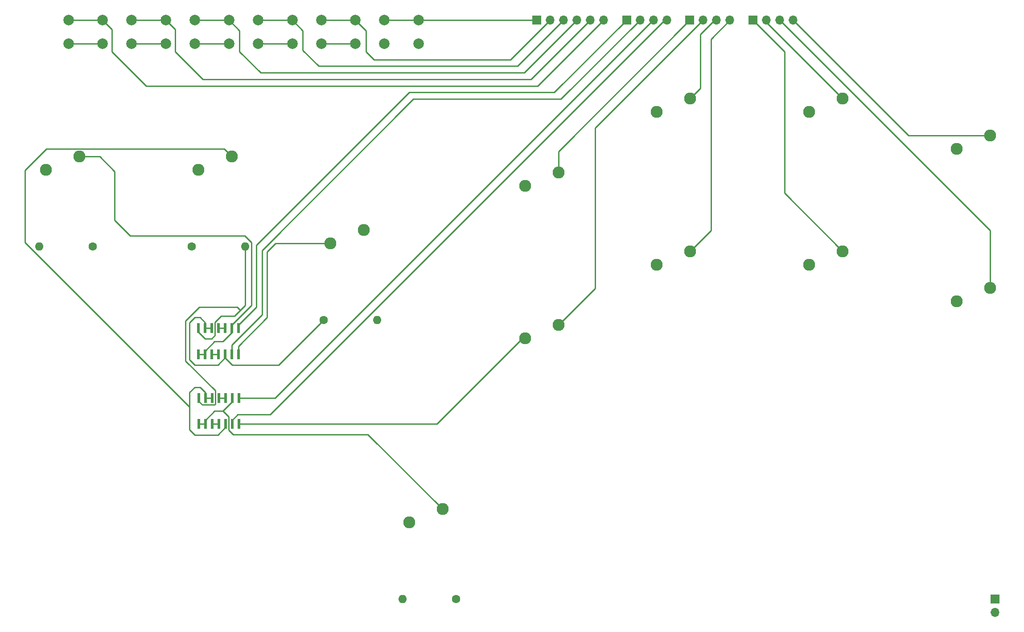
<source format=gbr>
%TF.GenerationSoftware,KiCad,Pcbnew,7.0.2*%
%TF.CreationDate,2023-09-05T17:50:18-07:00*%
%TF.ProjectId,takupcb-r2,74616b75-7063-4622-9d72-322e6b696361,rev?*%
%TF.SameCoordinates,Original*%
%TF.FileFunction,Copper,L1,Top*%
%TF.FilePolarity,Positive*%
%FSLAX46Y46*%
G04 Gerber Fmt 4.6, Leading zero omitted, Abs format (unit mm)*
G04 Created by KiCad (PCBNEW 7.0.2) date 2023-09-05 17:50:18*
%MOMM*%
%LPD*%
G01*
G04 APERTURE LIST*
%TA.AperFunction,ComponentPad*%
%ADD10C,2.286000*%
%TD*%
%TA.AperFunction,ComponentPad*%
%ADD11C,2.000000*%
%TD*%
%TA.AperFunction,ComponentPad*%
%ADD12R,1.700000X1.700000*%
%TD*%
%TA.AperFunction,ComponentPad*%
%ADD13O,1.700000X1.700000*%
%TD*%
%TA.AperFunction,SMDPad,CuDef*%
%ADD14R,0.558800X1.981200*%
%TD*%
%TA.AperFunction,ComponentPad*%
%ADD15C,1.600000*%
%TD*%
%TA.AperFunction,ComponentPad*%
%ADD16O,1.600000X1.600000*%
%TD*%
%TA.AperFunction,Conductor*%
%ADD17C,0.250000*%
%TD*%
G04 APERTURE END LIST*
D10*
%TO.P,\u2193,1*%
%TO.N,Net-(NeutralUD1-2B)*%
X75040000Y-55920000D03*
%TO.P,\u2193,2*%
%TO.N,GND*%
X68690000Y-58460000D03*
%TD*%
%TO.P,O,2*%
%TO.N,GND*%
X155690000Y-76460000D03*
%TO.P,O,1*%
%TO.N,/O*%
X162040000Y-73920000D03*
%TD*%
D11*
%TO.P,L3,1*%
%TO.N,/L3*%
X80000000Y-30000000D03*
X86500000Y-30000000D03*
%TO.P,L3,2*%
%TO.N,/1.8V*%
X80000000Y-34500000D03*
X86500000Y-34500000D03*
%TD*%
%TO.P,R3,1*%
%TO.N,/R3*%
X92000000Y-30000000D03*
X98500000Y-30000000D03*
%TO.P,R3,2*%
%TO.N,/1.8V*%
X92000000Y-34500000D03*
X98500000Y-34500000D03*
%TD*%
D12*
%TO.P,SIDE,1,Pin_1*%
%TO.N,/Touch*%
X132920000Y-30000000D03*
D13*
%TO.P,SIDE,2,Pin_2*%
%TO.N,/R3*%
X135460000Y-30000000D03*
%TO.P,SIDE,3,Pin_3*%
%TO.N,/L3*%
X138000000Y-30000000D03*
%TO.P,SIDE,4,Pin_4*%
%TO.N,/Option*%
X140540000Y-30000000D03*
%TO.P,SIDE,5,Pin_5*%
%TO.N,/Share*%
X143080000Y-30000000D03*
%TO.P,SIDE,6,Pin_6*%
%TO.N,/PS*%
X145620000Y-30000000D03*
%TD*%
D11*
%TO.P,PS,1*%
%TO.N,/PS*%
X44000000Y-30000000D03*
X50500000Y-30000000D03*
%TO.P,PS,2*%
%TO.N,GND*%
X44000000Y-34500000D03*
X50500000Y-34500000D03*
%TD*%
D14*
%TO.P,U+D = N,1,1A*%
%TO.N,Net-(NeutralUD1-1A)*%
X68727400Y-106713800D03*
%TO.P,U+D = N,2,1B*%
X69997400Y-106713800D03*
%TO.P,U+D = N,3,1Y*%
%TO.N,Net-(NeutralUD1-1Y)*%
X71267400Y-106713800D03*
%TO.P,U+D = N,4,2A*%
X72537400Y-106713800D03*
%TO.P,U+D = N,5,2B*%
%TO.N,Net-(NeutralUD1-2B)*%
X73807400Y-106713800D03*
%TO.P,U+D = N,6,2Y*%
%TO.N,/Up*%
X75077400Y-106713800D03*
%TO.P,U+D = N,7,GND*%
%TO.N,GND*%
X76347400Y-106713800D03*
%TO.P,U+D = N,8,3Y*%
%TO.N,/Down*%
X76347400Y-101786200D03*
%TO.P,U+D = N,9,3A*%
%TO.N,Net-(NeutralUD1-1A)*%
X75077400Y-101786200D03*
%TO.P,U+D = N,10,3B*%
%TO.N,Net-(NeutralUD1-3B)*%
X73807400Y-101786200D03*
%TO.P,U+D = N,11,4Y*%
X72537400Y-101786200D03*
%TO.P,U+D = N,12,4A*%
%TO.N,Net-(NeutralUD1-2B)*%
X71267400Y-101786200D03*
%TO.P,U+D = N,13,4B*%
X69997400Y-101786200D03*
%TO.P,U+D = N,14,VCC*%
%TO.N,/1.8V*%
X68727400Y-101786200D03*
%TD*%
D10*
%TO.P,\u25A1,1*%
%TO.N,/\u25A1*%
X137040000Y-58920000D03*
%TO.P,\u25A1,2*%
%TO.N,GND*%
X130690000Y-61460000D03*
%TD*%
%TO.P,X,1*%
%TO.N,/X*%
X137040000Y-87920000D03*
%TO.P,X,2*%
%TO.N,GND*%
X130690000Y-90460000D03*
%TD*%
%TO.P,\u2190,1*%
%TO.N,Net-(NeutralLR1-1A)*%
X46040000Y-55920000D03*
%TO.P,\u2190,2*%
%TO.N,GND*%
X39690000Y-58460000D03*
%TD*%
D12*
%TO.P,SHOULDER,1,Pin_1*%
%TO.N,/L2*%
X174000000Y-30000000D03*
D13*
%TO.P,SHOULDER,2,Pin_2*%
%TO.N,/L1*%
X176540000Y-30000000D03*
%TO.P,SHOULDER,3,Pin_3*%
%TO.N,/R2*%
X179080000Y-30000000D03*
%TO.P,SHOULDER,4,Pin_4*%
%TO.N,/R1*%
X181620000Y-30000000D03*
%TD*%
D10*
%TO.P,L2,1*%
%TO.N,/L2*%
X191040000Y-73920000D03*
%TO.P,L2,2*%
%TO.N,GND*%
X184690000Y-76460000D03*
%TD*%
D11*
%TO.P,TOUCH,1*%
%TO.N,/Touch*%
X104000000Y-30000000D03*
X110500000Y-30000000D03*
%TO.P,TOUCH,2*%
%TO.N,GND*%
X104000000Y-34500000D03*
X110500000Y-34500000D03*
%TD*%
D10*
%TO.P,\u2191,1*%
%TO.N,Net-(NeutralUD1-1A)*%
X115040000Y-122920000D03*
%TO.P,\u2191,2*%
%TO.N,GND*%
X108690000Y-125460000D03*
%TD*%
%TO.P,\u2192,1*%
%TO.N,Net-(NeutralLR1-2B)*%
X100040000Y-69920000D03*
%TO.P,\u2192,2*%
%TO.N,GND*%
X93690000Y-72460000D03*
%TD*%
%TO.P,R1,1*%
%TO.N,/R1*%
X219040000Y-51920000D03*
%TO.P,R1,2*%
%TO.N,GND*%
X212690000Y-54460000D03*
%TD*%
D11*
%TO.P,OPTION,1*%
%TO.N,/Option*%
X68000000Y-30000000D03*
X74500000Y-30000000D03*
%TO.P,OPTION,2*%
%TO.N,GND*%
X68000000Y-34500000D03*
X74500000Y-34500000D03*
%TD*%
D10*
%TO.P,L1,1*%
%TO.N,/L1*%
X191040000Y-44920000D03*
%TO.P,L1,2*%
%TO.N,GND*%
X184690000Y-47460000D03*
%TD*%
%TO.P,\u25B3,1*%
%TO.N,/\u25B3*%
X162040000Y-44920000D03*
%TO.P,\u25B3,2*%
%TO.N,GND*%
X155690000Y-47460000D03*
%TD*%
%TO.P,R2,2*%
%TO.N,GND*%
X212690000Y-83460000D03*
%TO.P,R2,1*%
%TO.N,/R2*%
X219040000Y-80920000D03*
%TD*%
D12*
%TO.P,FACE,1,Pin_1*%
%TO.N,/\u25A1*%
X162000000Y-30000000D03*
D13*
%TO.P,FACE,2,Pin_2*%
%TO.N,/X*%
X164540000Y-30000000D03*
%TO.P,FACE,3,Pin_3*%
%TO.N,/\u25B3*%
X167080000Y-30000000D03*
%TO.P,FACE,4,Pin_4*%
%TO.N,/O*%
X169620000Y-30000000D03*
%TD*%
D15*
%TO.P,10K,1*%
%TO.N,/1.8V*%
X117580000Y-140000000D03*
D16*
%TO.P,10K,2*%
%TO.N,Net-(NeutralUD1-1A)*%
X107420000Y-140000000D03*
%TD*%
D15*
%TO.P,10K,1*%
%TO.N,/1.8V*%
X48580000Y-73000000D03*
D16*
%TO.P,10K,2*%
%TO.N,Net-(NeutralLR1-1A)*%
X38420000Y-73000000D03*
%TD*%
D14*
%TO.P,L+R = N,1,1A*%
%TO.N,Net-(NeutralLR1-1A)*%
X68690000Y-93463800D03*
%TO.P,L+R = N,2,1B*%
X69960000Y-93463800D03*
%TO.P,L+R = N,3,1Y*%
%TO.N,Net-(NeutralLR1-1Y)*%
X71230000Y-93463800D03*
%TO.P,L+R = N,4,2A*%
X72500000Y-93463800D03*
%TO.P,L+R = N,5,2B*%
%TO.N,Net-(NeutralLR1-2B)*%
X73770000Y-93463800D03*
%TO.P,L+R = N,6,2Y*%
%TO.N,/Left*%
X75040000Y-93463800D03*
%TO.P,L+R = N,7,GND*%
%TO.N,GND*%
X76310000Y-93463800D03*
%TO.P,L+R = N,8,3Y*%
%TO.N,/Right*%
X76310000Y-88536200D03*
%TO.P,L+R = N,9,3A*%
%TO.N,Net-(NeutralLR1-1A)*%
X75040000Y-88536200D03*
%TO.P,L+R = N,10,3B*%
%TO.N,Net-(NeutralLR1-3B)*%
X73770000Y-88536200D03*
%TO.P,L+R = N,11,4Y*%
X72500000Y-88536200D03*
%TO.P,L+R = N,12,4A*%
%TO.N,Net-(NeutralLR1-2B)*%
X71230000Y-88536200D03*
%TO.P,L+R = N,13,4B*%
X69960000Y-88536200D03*
%TO.P,L+R = N,14,VCC*%
%TO.N,/1.8V*%
X68690000Y-88536200D03*
%TD*%
D15*
%TO.P,10K,1*%
%TO.N,Net-(NeutralLR1-2B)*%
X92420000Y-87000000D03*
D16*
%TO.P,10K,2*%
%TO.N,/1.8V*%
X102580000Y-87000000D03*
%TD*%
D12*
%TO.P,1.8V/GND,1,+*%
%TO.N,/1.8V*%
X220000000Y-140000000D03*
D13*
%TO.P,1.8V/GND,2,-*%
%TO.N,GND*%
X220000000Y-142540000D03*
%TD*%
D12*
%TO.P,DPAD,1,Pin_1*%
%TO.N,/Right*%
X150000000Y-30000000D03*
D13*
%TO.P,DPAD,2,Pin_2*%
%TO.N,/Left*%
X152540000Y-30000000D03*
%TO.P,DPAD,3,Pin_3*%
%TO.N,/Down*%
X155080000Y-30000000D03*
%TO.P,DPAD,4,Pin_4*%
%TO.N,/Up*%
X157620000Y-30000000D03*
%TD*%
D15*
%TO.P,10K,1*%
%TO.N,Net-(NeutralUD1-2B)*%
X67420000Y-73000000D03*
D16*
%TO.P,10K,2*%
%TO.N,/1.8V*%
X77580000Y-73000000D03*
%TD*%
D11*
%TO.P,SHARE,1*%
%TO.N,/Share*%
X56000000Y-30000000D03*
X62500000Y-30000000D03*
%TO.P,SHARE,2*%
%TO.N,GND*%
X56000000Y-34500000D03*
X62500000Y-34500000D03*
%TD*%
D17*
%TO.N,GND*%
X76383600Y-106750000D02*
X113936316Y-106750000D01*
X81750000Y-74000000D02*
X83290000Y-72460000D01*
X68000000Y-34500000D02*
X74500000Y-34500000D01*
X81750000Y-86500000D02*
X81750000Y-74000000D01*
X83290000Y-72460000D02*
X93690000Y-72460000D01*
X44000000Y-34500000D02*
X50500000Y-34500000D01*
X76347400Y-106713800D02*
X76383600Y-106750000D01*
X130226316Y-90460000D02*
X130690000Y-90460000D01*
X76310000Y-93463800D02*
X76310000Y-91940000D01*
X113936316Y-106750000D02*
X130226316Y-90460000D01*
X56000000Y-34500000D02*
X62500000Y-34500000D01*
X76310000Y-91940000D02*
X81750000Y-86500000D01*
%TO.N,/Up*%
X157250000Y-30000000D02*
X157620000Y-30000000D01*
X82297400Y-104952600D02*
X157250000Y-30000000D01*
X76161004Y-104952600D02*
X82297400Y-104952600D01*
X75077400Y-106713800D02*
X75077400Y-106036204D01*
X75077400Y-106036204D02*
X76161004Y-104952600D01*
%TO.N,/Down*%
X155000000Y-30000000D02*
X155080000Y-30000000D01*
X76347400Y-101786200D02*
X83213800Y-101786200D01*
X83213800Y-101786200D02*
X155000000Y-30000000D01*
%TO.N,/Left*%
X75040000Y-93463800D02*
X75040000Y-91710000D01*
X80750000Y-73750000D02*
X109500000Y-45000000D01*
X80750000Y-86000000D02*
X80750000Y-73750000D01*
X109500000Y-45000000D02*
X137540000Y-45000000D01*
X75040000Y-91710000D02*
X80750000Y-86000000D01*
X137540000Y-45000000D02*
X152540000Y-30000000D01*
%TO.N,/Right*%
X79700000Y-72800000D02*
X108750000Y-43750000D01*
X136250000Y-43750000D02*
X150000000Y-30000000D01*
X108750000Y-43750000D02*
X136250000Y-43750000D01*
X79700000Y-84550000D02*
X79700000Y-72800000D01*
X76310000Y-88536200D02*
X76310000Y-87940000D01*
X76310000Y-87940000D02*
X79700000Y-84550000D01*
%TO.N,/O*%
X162040000Y-73920000D02*
X166000000Y-69960000D01*
X166000000Y-69960000D02*
X166000000Y-33620000D01*
X166000000Y-33620000D02*
X169620000Y-30000000D01*
%TO.N,/X*%
X137040000Y-87920000D02*
X144000000Y-80960000D01*
X164540000Y-30000000D02*
X144040000Y-50500000D01*
X144040000Y-50500000D02*
X144000000Y-50500000D01*
X144000000Y-80960000D02*
X144000000Y-50500000D01*
%TO.N,/\u25B3*%
X164000000Y-42960000D02*
X164000000Y-32750000D01*
X162040000Y-44920000D02*
X164000000Y-42960000D01*
X166750000Y-30000000D02*
X167080000Y-30000000D01*
X164000000Y-32750000D02*
X166750000Y-30000000D01*
%TO.N,/\u25A1*%
X137040000Y-58920000D02*
X137040000Y-54960000D01*
X137040000Y-54960000D02*
X162000000Y-30000000D01*
%TO.N,/L1*%
X176540000Y-30420000D02*
X176540000Y-30000000D01*
X191040000Y-44920000D02*
X176540000Y-30420000D01*
%TO.N,/L2*%
X180000000Y-62880000D02*
X180000000Y-36000000D01*
X180000000Y-36000000D02*
X174000000Y-30000000D01*
X191040000Y-73920000D02*
X180000000Y-62880000D01*
%TO.N,/Option*%
X68000000Y-30000000D02*
X74500000Y-30000000D01*
X80500000Y-40000000D02*
X130540000Y-40000000D01*
X76500000Y-36000000D02*
X80500000Y-40000000D01*
X76500000Y-32000000D02*
X76500000Y-36000000D01*
X130540000Y-40000000D02*
X140540000Y-30000000D01*
X74500000Y-30000000D02*
X76500000Y-32000000D01*
%TO.N,/R1*%
X219040000Y-51920000D02*
X203540000Y-51920000D01*
X203540000Y-51920000D02*
X181620000Y-30000000D01*
%TO.N,/R2*%
X219040000Y-80920000D02*
X219040000Y-69960000D01*
X219040000Y-69960000D02*
X179080000Y-30000000D01*
%TO.N,/Share*%
X64250000Y-31750000D02*
X64250000Y-36000000D01*
X62500000Y-30000000D02*
X64250000Y-31750000D01*
X131830000Y-41250000D02*
X143080000Y-30000000D01*
X69500000Y-41250000D02*
X131830000Y-41250000D01*
X56000000Y-30000000D02*
X62500000Y-30000000D01*
X64250000Y-36000000D02*
X69500000Y-41250000D01*
%TO.N,/Touch*%
X104000000Y-30000000D02*
X110500000Y-30000000D01*
X110500000Y-30000000D02*
X132920000Y-30000000D01*
%TO.N,/PS*%
X133120000Y-42500000D02*
X145620000Y-30000000D01*
X58750000Y-42500000D02*
X133120000Y-42500000D01*
X52250000Y-31750000D02*
X52250000Y-36000000D01*
X44000000Y-30000000D02*
X50500000Y-30000000D01*
X50500000Y-30000000D02*
X52250000Y-31750000D01*
X52250000Y-36000000D02*
X58750000Y-42500000D01*
%TO.N,/1.8V*%
X76000000Y-84500000D02*
X76625000Y-85125000D01*
X69942600Y-90500000D02*
X68690000Y-89247400D01*
X71871800Y-102980000D02*
X71871800Y-100371800D01*
X71750000Y-103101800D02*
X71871800Y-102980000D01*
X71871800Y-100371800D02*
X66250000Y-94750000D01*
X66250000Y-94750000D02*
X66250000Y-87125000D01*
X71186200Y-90500000D02*
X69942600Y-90500000D01*
X92000000Y-34500000D02*
X98500000Y-34500000D01*
X75500000Y-86250000D02*
X73000000Y-86250000D01*
X80000000Y-34500000D02*
X86500000Y-34500000D01*
X77580000Y-84170000D02*
X76625000Y-85125000D01*
X77580000Y-73000000D02*
X77580000Y-84170000D01*
X76625000Y-85125000D02*
X75500000Y-86250000D01*
X69393000Y-103101800D02*
X71750000Y-103101800D01*
X68727400Y-101786200D02*
X68727400Y-102436200D01*
X68690000Y-89247400D02*
X68690000Y-88536200D01*
X68727400Y-102436200D02*
X69393000Y-103101800D01*
X73000000Y-86250000D02*
X71834400Y-87415600D01*
X71834400Y-89851800D02*
X71186200Y-90500000D01*
X71834400Y-87415600D02*
X71834400Y-89851800D01*
X66250000Y-87125000D02*
X68875000Y-84500000D01*
X68875000Y-84500000D02*
X76000000Y-84500000D01*
%TO.N,Net-(NeutralUD1-2B)*%
X69997400Y-101786200D02*
X71267400Y-101786200D01*
X35750000Y-72250000D02*
X67017400Y-103517400D01*
X69037400Y-99786200D02*
X69997400Y-100746200D01*
X67017400Y-100732600D02*
X67963800Y-99786200D01*
X67017400Y-107786200D02*
X67017400Y-104250000D01*
X73787400Y-106750000D02*
X73787400Y-107400000D01*
X67963800Y-99786200D02*
X69037400Y-99786200D01*
X68017400Y-108786200D02*
X67017400Y-107786200D01*
X67017400Y-104250000D02*
X67017400Y-100732600D01*
X72401200Y-108786200D02*
X68017400Y-108786200D01*
X39798000Y-54452000D02*
X35750000Y-58500000D01*
X73572000Y-54452000D02*
X39798000Y-54452000D01*
X67017400Y-103517400D02*
X67017400Y-104250000D01*
X69997400Y-100746200D02*
X69997400Y-101786200D01*
X35750000Y-58500000D02*
X35750000Y-72250000D01*
X75040000Y-55920000D02*
X73572000Y-54452000D01*
X73787400Y-107400000D02*
X72401200Y-108786200D01*
%TO.N,Net-(NeutralLR1-1A)*%
X73327400Y-91036200D02*
X75080000Y-89283600D01*
X71752600Y-91036200D02*
X73327400Y-91036200D01*
X77500000Y-71000000D02*
X78750000Y-72250000D01*
X75040000Y-87886200D02*
X75040000Y-88536200D01*
X52750000Y-58750000D02*
X52750000Y-68000000D01*
X75080000Y-89283600D02*
X75080000Y-88572400D01*
X78750000Y-72250000D02*
X78750000Y-84176200D01*
X49920000Y-55920000D02*
X52750000Y-58750000D01*
X52750000Y-68000000D02*
X55750000Y-71000000D01*
X55750000Y-71000000D02*
X77500000Y-71000000D01*
X78750000Y-84176200D02*
X75040000Y-87886200D01*
X70000000Y-92788800D02*
X71752600Y-91036200D01*
X70000000Y-93500000D02*
X70000000Y-92788800D01*
X68690000Y-93463800D02*
X69960000Y-93463800D01*
X46040000Y-55920000D02*
X49920000Y-55920000D01*
%TO.N,Net-(NeutralLR1-2B)*%
X67000000Y-87500000D02*
X67000000Y-94500000D01*
X73770000Y-94113800D02*
X73770000Y-93463800D01*
X92420000Y-87000000D02*
X83920000Y-95500000D01*
X75095000Y-95500000D02*
X73770000Y-94175000D01*
X69960000Y-88536200D02*
X69960000Y-87460000D01*
X72383800Y-95500000D02*
X73770000Y-94113800D01*
X68000000Y-86500000D02*
X67000000Y-87500000D01*
X69000000Y-86500000D02*
X68000000Y-86500000D01*
X69960000Y-87460000D02*
X69000000Y-86500000D01*
X83920000Y-95500000D02*
X75095000Y-95500000D01*
X68000000Y-95500000D02*
X72383800Y-95500000D01*
X67000000Y-94500000D02*
X68000000Y-95500000D01*
X69960000Y-88536200D02*
X71230000Y-88536200D01*
X73770000Y-94175000D02*
X73770000Y-93463800D01*
%TO.N,Net-(NeutralUD1-1A)*%
X75077400Y-102497400D02*
X75077400Y-101786200D01*
X73324800Y-104250000D02*
X75077400Y-102497400D01*
X74411800Y-105337000D02*
X73324800Y-104250000D01*
X75250000Y-108750000D02*
X74411800Y-107911800D01*
X115040000Y-122920000D02*
X100870000Y-108750000D01*
X71750000Y-104250000D02*
X73324800Y-104250000D01*
X68727400Y-106713800D02*
X69997400Y-106713800D01*
X74411800Y-107911800D02*
X74411800Y-105337000D01*
X100870000Y-108750000D02*
X75250000Y-108750000D01*
X69997400Y-106713800D02*
X69997400Y-106002600D01*
X69997400Y-106002600D02*
X71750000Y-104250000D01*
%TO.N,Net-(NeutralLR1-1Y)*%
X71230000Y-93463800D02*
X72500000Y-93463800D01*
%TO.N,Net-(NeutralLR1-3B)*%
X72500000Y-88536200D02*
X73770000Y-88536200D01*
%TO.N,Net-(NeutralUD1-1Y)*%
X71267400Y-106713800D02*
X72537400Y-106713800D01*
%TO.N,Net-(NeutralUD1-3B)*%
X72537400Y-101786200D02*
X73807400Y-101786200D01*
%TO.N,/L3*%
X129250000Y-38750000D02*
X138000000Y-30000000D01*
X88500000Y-32000000D02*
X88500000Y-35750000D01*
X80000000Y-30000000D02*
X86500000Y-30000000D01*
X86500000Y-30000000D02*
X88500000Y-32000000D01*
X91500000Y-38750000D02*
X129250000Y-38750000D01*
X88500000Y-35750000D02*
X91500000Y-38750000D01*
%TO.N,/R3*%
X100500000Y-36000000D02*
X102000000Y-37500000D01*
X127960000Y-37500000D02*
X135460000Y-30000000D01*
X102000000Y-37500000D02*
X127960000Y-37500000D01*
X92000000Y-30000000D02*
X98500000Y-30000000D01*
X98500000Y-30000000D02*
X100500000Y-32000000D01*
X100500000Y-32000000D02*
X100500000Y-36000000D01*
%TD*%
M02*

</source>
